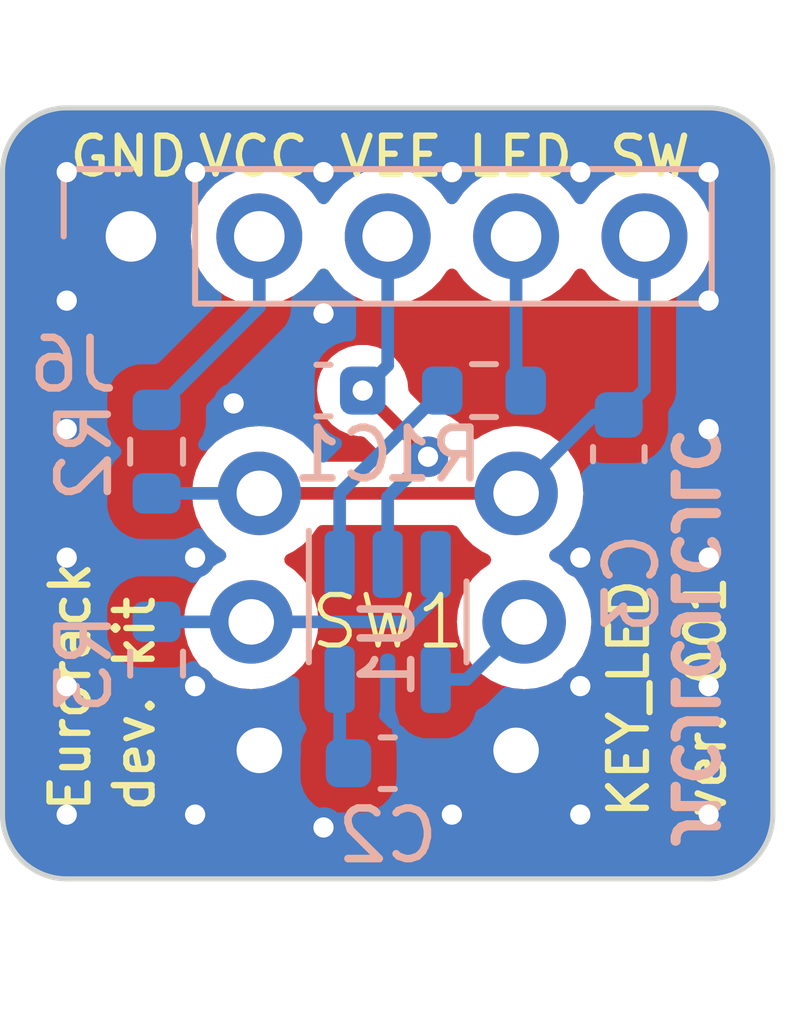
<source format=kicad_pcb>
(kicad_pcb (version 20221018) (generator pcbnew)
  (layers (0 "F.Cu" signal) (31 "B.Cu" signal) (34 "B.Paste" user) (35 "F.Paste" user) (36 "B.SilkS" user "B.Silkscreen") (37 "F.SilkS" user "F.Silkscreen") (38 "B.Mask" user) (39 "F.Mask" user) (44 "Edge.Cuts" user))
  (net 0 "")
  (net 1 "GND")
  (net 2 "VEE")
  (net 3 "VCC")
  (net 4 "SW")
  (net 5 "LED")
  (net 6 "Net-(U1-+)")
  (net 7 "Net-(SW1-K)")
  (net 8 "Net-(SW1-A)")
  (footprint "Eurorack:Button_LED" (layer "F.Cu") (at 177.8 76.2)
    (fp_text reference "SW1" (at 0 0 unlocked) (layer "F.SilkS") (effects (font (thickness 0.1))))
    (fp_text value "SW_LED")
    (pad "1" thru_hole circle (at -2.54 -2.54) (size 1.651 1.651) (drill 0.9) (layers "*.Cu" "*.Mask") (net 4 "SW"))
    (pad "1" thru_hole circle (at 2.54 -2.54) (size 1.651 1.651) (drill 0.9) (layers "*.Cu" "*.Mask") (net 4 "SW"))
    (pad "2" thru_hole circle (at -2.54 2.54) (size 1.651 1.651) (drill 0.9) (layers "*.Cu" "*.Mask") (net 1 "GND"))
    (pad "2" thru_hole circle (at 2.54 2.54) (size 1.651 1.651) (drill 0.9) (layers "*.Cu" "*.Mask") (net 1 "GND"))
    (pad "3" thru_hole circle (at -2.7 0) (size 1.651 1.651) (drill 0.9) (layers "*.Cu" "*.Mask") (net 7 "Net-(SW1-K)"))
    (pad "4" thru_hole circle (at 2.7 0) (size 1.651 1.651) (drill 0.9) (layers "*.Cu" "*.Mask") (net 8 "Net-(SW1-A)"))
  )
  (footprint "Capacitor_SMD:C_0603_1608Metric" (layer "B.Cu") (at 177.8 78.994)
    (fp_text reference "C2" (at 0 1.43) (layer "B.SilkS") (effects (justify mirror)))
    (fp_text value "0.1uf")
    (fp_line (start -0.14058 -0.51) (end 0.14058 -0.51) (stroke (width 0.12)) (layer "B.SilkS"))
    (fp_line (start -0.14058 0.51) (end 0.14058 0.51) (stroke (width 0.12)) (layer "B.SilkS"))
    (pad "1" smd roundrect (at -0.775 0) (size 0.9 0.95) (layers "B.Cu" "B.Paste" "B.Mask") (net 3 "VCC"))
    (pad "2" smd roundrect (at 0.775 0) (size 0.9 0.95) (layers "B.Cu" "B.Paste" "B.Mask") (net 1 "GND"))
  )
  (footprint "Package_TO_SOT_SMD:SOT-23-5" (layer "B.Cu") (at 177.8 76.2 -90)
    (fp_text reference "U1" (at 0.508 0 90) (layer "B.SilkS") (effects (justify mirror)))
    (fp_text value "LM321")
    (fp_line (start 0 -1.56) (end -0.8 -1.56) (stroke (width 0.12)) (layer "B.SilkS"))
    (fp_line (start 0 -1.56) (end 0.8 -1.56) (stroke (width 0.12)) (layer "B.SilkS"))
    (fp_line (start 0 1.56) (end -1.8 1.56) (stroke (width 0.12)) (layer "B.SilkS"))
    (fp_line (start 0 1.56) (end 0.8 1.56) (stroke (width 0.12)) (layer "B.SilkS"))
    (pad "1" smd roundrect (at -1.1375 0.95 270) (size 1.325 0.6) (layers "B.Cu" "B.Paste" "B.Mask") (net 6 "Net-(U1-+)"))
    (pad "2" smd roundrect (at -1.1375 0 270) (size 1.325 0.6) (layers "B.Cu" "B.Paste" "B.Mask") (net 2 "VEE"))
    (pad "3" smd roundrect (at -1.1375 -0.95 270) (size 1.325 0.6) (layers "B.Cu" "B.Paste" "B.Mask") (net 7 "Net-(SW1-K)"))
    (pad "4" smd roundrect (at 1.1375 -0.95 270) (size 1.325 0.6) (layers "B.Cu" "B.Paste" "B.Mask") (net 8 "Net-(SW1-A)"))
    (pad "5" smd roundrect (at 1.1375 0.95 270) (size 1.325 0.6) (layers "B.Cu" "B.Paste" "B.Mask") (net 3 "VCC"))
  )
  (footprint "Capacitor_SMD:C_0603_1608Metric" (layer "B.Cu") (at 182.372 72.885 -90)
    (fp_text reference "C3" (at 2.553 -0.254 90) (layer "B.SilkS") (effects (justify mirror)))
    (fp_text value "0.1uf")
    (fp_line (start -0.14058 -0.51) (end 0.14058 -0.51) (stroke (width 0.12)) (layer "B.SilkS"))
    (fp_line (start -0.14058 0.51) (end 0.14058 0.51) (stroke (width 0.12)) (layer "B.SilkS"))
    (pad "1" smd roundrect (at -0.775 0 270) (size 0.9 0.95) (layers "B.Cu" "B.Paste" "B.Mask") (net 4 "SW"))
    (pad "2" smd roundrect (at 0.775 0 270) (size 0.9 0.95) (layers "B.Cu" "B.Paste" "B.Mask") (net 1 "GND"))
  )
  (footprint "Resistor_SMD:R_0603_1608Metric" (layer "B.Cu") (at 179.705 71.628 180)
    (fp_text reference "R1" (at 1.016 -1.27) (layer "B.SilkS") (effects (justify mirror)))
    (fp_text value "10k")
    (fp_line (start -0.237258 -0.5225) (end 0.237258 -0.5225) (stroke (width 0.12)) (layer "B.SilkS"))
    (fp_line (start -0.237258 0.5225) (end 0.237258 0.5225) (stroke (width 0.12)) (layer "B.SilkS"))
    (pad "1" smd roundrect (at -0.825 0 180) (size 0.8 0.95) (layers "B.Cu" "B.Paste" "B.Mask") (net 5 "LED"))
    (pad "2" smd roundrect (at 0.825 0 180) (size 0.8 0.95) (layers "B.Cu" "B.Paste" "B.Mask") (net 6 "Net-(U1-+)"))
  )
  (footprint "Resistor_SMD:R_0603_1608Metric" (layer "B.Cu") (at 173.228 77.025 -90)
    (fp_text reference "R3" (at 0 1.43 -270) (layer "B.SilkS") (effects (justify mirror)))
    (fp_text value "1k")
    (fp_line (start -0.237258 -0.5225) (end 0.237258 -0.5225) (stroke (width 0.12)) (layer "B.SilkS"))
    (fp_line (start -0.237258 0.5225) (end 0.237258 0.5225) (stroke (width 0.12)) (layer "B.SilkS"))
    (pad "1" smd roundrect (at -0.825 0 270) (size 0.8 0.95) (layers "B.Cu" "B.Paste" "B.Mask") (net 7 "Net-(SW1-K)"))
    (pad "2" smd roundrect (at 0.825 0 270) (size 0.8 0.95) (layers "B.Cu" "B.Paste" "B.Mask") (net 1 "GND"))
  )
  (footprint "Resistor_SMD:R_0603_1608Metric" (layer "B.Cu") (at 173.228 72.835 -90)
    (fp_text reference "R2" (at 0 1.43 -270) (layer "B.SilkS") (effects (justify mirror)))
    (fp_text value "10k")
    (fp_line (start -0.237258 -0.5225) (end 0.237258 -0.5225) (stroke (width 0.12)) (layer "B.SilkS"))
    (fp_line (start -0.237258 0.5225) (end 0.237258 0.5225) (stroke (width 0.12)) (layer "B.SilkS"))
    (pad "1" smd roundrect (at -0.825 0 270) (size 0.8 0.95) (layers "B.Cu" "B.Paste" "B.Mask") (net 3 "VCC"))
    (pad "2" smd roundrect (at 0.825 0 270) (size 0.8 0.95) (layers "B.Cu" "B.Paste" "B.Mask") (net 4 "SW"))
  )
  (footprint "Capacitor_SMD:C_0603_1608Metric" (layer "B.Cu") (at 176.53 71.628)
    (fp_text reference "C1" (at 0.381 1.27) (layer "B.SilkS") (effects (justify mirror)))
    (fp_text value "0.1uf")
    (fp_line (start -0.14058 -0.51) (end 0.14058 -0.51) (stroke (width 0.12)) (layer "B.SilkS"))
    (fp_line (start -0.14058 0.51) (end 0.14058 0.51) (stroke (width 0.12)) (layer "B.SilkS"))
    (pad "1" smd roundrect (at -0.775 0) (size 0.9 0.95) (layers "B.Cu" "B.Paste" "B.Mask") (net 1 "GND"))
    (pad "2" smd roundrect (at 0.775 0) (size 0.9 0.95) (layers "B.Cu" "B.Paste" "B.Mask") (net 2 "VEE"))
  )
  (footprint "Connector_PinHeader_2.54mm:PinHeader_1x05_P2.54mm_Vertical" (layer "B.Cu") (at 172.72 68.58 -90)
    (fp_text reference "J6" (at 2.54 1.143 -180) (layer "B.SilkS") (effects (justify mirror)))
    (fp_text value "Conn_01x05")
    (fp_line (start -1.33 -11.49) (end 1.33 -11.49) (stroke (width 0.12)) (layer "B.SilkS"))
    (fp_line (start -1.33 -1.27) (end -1.33 -11.49) (stroke (width 0.12)) (layer "B.SilkS"))
    (fp_line (start -1.33 -1.27) (end 1.33 -1.27) (stroke (width 0.12)) (layer "B.SilkS"))
    (fp_line (start -1.33 0) (end -1.33 1.33) (stroke (width 0.12)) (layer "B.SilkS"))
    (fp_line (start -1.33 1.33) (end 0 1.33) (stroke (width 0.12)) (layer "B.SilkS"))
    (fp_line (start 1.33 -1.27) (end 1.33 -11.49) (stroke (width 0.12)) (layer "B.SilkS"))
    (pad "1" thru_hole rect (at 0 0 270) (size 1.7 1.7) (drill 1) (layers "*.Cu" "*.Mask") (net 1 "GND"))
    (pad "2" thru_hole oval (at 0 -2.54 270) (size 1.7 1.7) (drill 1) (layers "*.Cu" "*.Mask") (net 3 "VCC"))
    (pad "3" thru_hole oval (at 0 -5.08 270) (size 1.7 1.7) (drill 1) (layers "*.Cu" "*.Mask") (net 2 "VEE"))
    (pad "4" thru_hole oval (at 0 -7.62 270) (size 1.7 1.7) (drill 1) (layers "*.Cu" "*.Mask") (net 5 "LED"))
    (pad "5" thru_hole oval (at 0 -10.16 270) (size 1.7 1.7) (drill 1) (layers "*.Cu" "*.Mask") (net 4 "SW"))
  )
  (gr_line (start 185.42 67.31) (end 185.42 80.01) (stroke (width 0.1)) (layer "Edge.Cuts"))
  (gr_line (start 171.45 66.04) (end 184.15 66.04) (stroke (width 0.1)) (layer "Edge.Cuts"))
  (gr_line (start 170.18 67.31) (end 170.18 80.01) (stroke (width 0.1)) (layer "Edge.Cuts"))
  (gr_arc (start 185.42 80.01) (mid 185.048026 80.908026) (end 184.15 81.28) (stroke (width 0.1)) (layer "Edge.Cuts"))
  (gr_line (start 184.15 81.28) (end 171.45 81.28) (stroke (width 0.1)) (layer "Edge.Cuts"))
  (gr_arc (start 171.45 81.28) (mid 170.551974 80.908026) (end 170.18 80.01) (stroke (width 0.1)) (layer "Edge.Cuts"))
  (gr_arc (start 184.15 66.04) (mid 185.048026 66.411974) (end 185.42 67.31) (stroke (width 0.1)) (layer "Edge.Cuts"))
  (gr_arc (start 170.18 67.31) (mid 170.551974 66.411974) (end 171.45 66.04) (stroke (width 0.1)) (layer "Edge.Cuts"))
  (gr_text "JLCJLCJLCJLC" (at 183.388 80.772 270) (layer "B.SilkS") (effects (font (size 0.8 0.8) (thickness 0.2) bold) (justify left bottom mirror)))
  (gr_text "dev. kit" (at 173.228 80.01 90) (layer "F.SilkS") (effects (font (size 0.75 0.75) (thickness 0.125)) (justify left bottom)))
  (gr_text "GND" (at 171.45 67.437) (layer "F.SilkS") (effects (font (size 0.75 0.75) (thickness 0.125)) (justify left bottom)))
  (gr_text "VCC" (at 173.99 67.437) (layer "F.SilkS") (effects (font (size 0.75 0.75) (thickness 0.125)) (justify left bottom)))
  (gr_text "Eurorack" (at 171.958 80.01 90) (layer "F.SilkS") (effects (font (size 0.75 0.75) (thickness 0.125)) (justify left bottom)))
  (gr_text "ver. 001" (at 184.531 80.137 90) (layer "F.SilkS") (effects (font (size 0.75 0.75) (thickness 0.125)) (justify left bottom)))
  (gr_text "SW" (at 182.118 67.437) (layer "F.SilkS") (effects (font (size 0.75 0.75) (thickness 0.125)) (justify left bottom)))
  (gr_text "LED" (at 179.324 67.437) (layer "F.SilkS") (effects (font (size 0.75 0.75) (thickness 0.125)) (justify left bottom)))
  (gr_text "VEE" (at 176.784 67.437) (layer "F.SilkS") (effects (font (size 0.75 0.75) (thickness 0.125)) (justify left bottom)))
  (gr_text "KEY_LED" (at 183.007 80.137 90) (layer "F.SilkS") (effects (font (size 0.75 0.75) (thickness 0.125)) (justify left bottom)))
  (via (at 171.45 72.39) (size 0.8) (drill 0.4) (layers "F.Cu" "B.Cu") (net 1))
  (via (at 184.15 77.47) (size 0.8) (drill 0.4) (layers "F.Cu" "B.Cu") (net 1))
  (via (at 176.53 80.264) (size 0.8) (drill 0.4) (layers "F.Cu" "B.Cu") (net 1))
  (via (at 171.45 80.01) (size 0.8) (drill 0.4) (layers "F.Cu" "B.Cu") (net 1))
  (via (at 176.53 67.31) (size 0.8) (drill 0.4) (layers "F.Cu" "B.Cu") (net 1))
  (via (at 184.15 80.01) (size 0.8) (drill 0.4) (layers "F.Cu" "B.Cu") (net 1))
  (via (at 173.99 74.93) (size 0.8) (drill 0.4) (layers "F.Cu" "B.Cu") (net 1))
  (via (at 184.15 67.31) (size 0.8) (drill 0.4) (layers "F.Cu" "B.Cu") (net 1))
  (via (at 174.752 71.882) (size 0.8) (drill 0.4) (layers "F.Cu" "B.Cu") (net 1))
  (via (at 184.15 72.39) (size 0.8) (drill 0.4) (layers "F.Cu" "B.Cu") (net 1))
  (via (at 173.99 67.31) (size 0.8) (drill 0.4) (layers "F.Cu" "B.Cu") (net 1))
  (via (at 179.07 80.01) (size 0.8) (drill 0.4) (layers "F.Cu" "B.Cu") (net 1))
  (via (at 171.45 69.85) (size 0.8) (drill 0.4) (layers "F.Cu" "B.Cu") (net 1))
  (via (at 171.45 74.93) (size 0.8) (drill 0.4) (layers "F.Cu" "B.Cu") (net 1))
  (via (at 173.99 77.47) (size 0.8) (drill 0.4) (layers "F.Cu" "B.Cu") (net 1))
  (via (at 181.61 80.01) (size 0.8) (drill 0.4) (layers "F.Cu" "B.Cu") (net 1))
  (via (at 184.15 69.85) (size 0.8) (drill 0.4) (layers "F.Cu" "B.Cu") (net 1))
  (via (at 181.61 74.93) (size 0.8) (drill 0.4) (layers "F.Cu" "B.Cu") (net 1))
  (via (at 176.53 70.104) (size 0.8) (drill 0.4) (layers "F.Cu" "B.Cu") (net 1))
  (via (at 173.99 80.01) (size 0.8) (drill 0.4) (layers "F.Cu" "B.Cu") (net 1))
  (via (at 179.07 67.31) (size 0.8) (drill 0.4) (layers "F.Cu" "B.Cu") (net 1))
  (via (at 181.61 67.31) (size 0.8) (drill 0.4) (layers "F.Cu" "B.Cu") (net 1))
  (via (at 171.45 67.31) (size 0.8) (drill 0.4) (layers "F.Cu" "B.Cu") (net 1))
  (via (at 171.45 77.47) (size 0.8) (drill 0.4) (layers "F.Cu" "B.Cu") (net 1))
  (via (at 181.61 77.47) (size 0.8) (drill 0.4) (layers "F.Cu" "B.Cu") (net 1))
  (via (at 184.15 74.93) (size 0.8) (drill 0.4) (layers "F.Cu" "B.Cu") (net 1))
  (segment (start 178.597316 72.935989) (end 178.597316 72.920316) (width 0.25) (layer "F.Cu") (net 2))
  (segment (start 178.597316 72.920316) (end 177.305 71.628) (width 0.25) (layer "F.Cu") (net 2))
  (via (at 177.305 71.628) (size 0.8) (drill 0.4) (layers "F.Cu" "B.Cu") (net 2))
  (via (at 178.597316 72.935989) (size 0.8) (drill 0.4) (layers "F.Cu" "B.Cu") (net 2))
  (segment (start 178.597316 72.935989) (end 177.8 73.733305) (width 0.25) (layer "B.Cu") (net 2))
  (segment (start 177.8 71.133) (end 177.8 68.58) (width 0.25) (layer "B.Cu") (net 2))
  (segment (start 177.8 73.733305) (end 177.8 75.0625) (width 0.25) (layer "B.Cu") (net 2))
  (segment (start 177.305 71.628) (end 177.8 71.133) (width 0.25) (layer "B.Cu") (net 2))
  (segment (start 175.26 69.978) (end 175.26 68.58) (width 0.25) (layer "B.Cu") (net 3))
  (segment (start 173.228 72.01) (end 175.26 69.978) (width 0.25) (layer "B.Cu") (net 3))
  (segment (start 176.85 77.3375) (end 176.85 78.819) (width 0.25) (layer "B.Cu") (net 3))
  (segment (start 176.85 78.819) (end 177.025 78.994) (width 0.25) (layer "B.Cu") (net 3))
  (segment (start 175.26 73.66) (end 180.34 73.66) (width 0.25) (layer "F.Cu") (net 4))
  (segment (start 173.228 73.66) (end 175.26 73.66) (width 0.25) (layer "B.Cu") (net 4))
  (segment (start 180.34 73.66) (end 181.89 72.11) (width 0.25) (layer "B.Cu") (net 4))
  (segment (start 182.372 72.11) (end 182.88 71.602) (width 0.25) (layer "B.Cu") (net 4))
  (segment (start 181.89 72.11) (end 182.372 72.11) (width 0.25) (layer "B.Cu") (net 4))
  (segment (start 182.88 71.602) (end 182.88 68.58) (width 0.25) (layer "B.Cu") (net 4))
  (segment (start 180.34 71.438) (end 180.34 68.58) (width 0.25) (layer "B.Cu") (net 5))
  (segment (start 180.53 71.628) (end 180.34 71.438) (width 0.25) (layer "B.Cu") (net 5))
  (segment (start 176.85 73.658) (end 176.85 75.0625) (width 0.25) (layer "B.Cu") (net 6))
  (segment (start 178.88 71.628) (end 176.85 73.658) (width 0.25) (layer "B.Cu") (net 6))
  (segment (start 178.75 75.724999) (end 178.274999 76.2) (width 0.25) (layer "B.Cu") (net 7))
  (segment (start 173.228 76.2) (end 175.1 76.2) (width 0.25) (layer "B.Cu") (net 7))
  (segment (start 178.75 75.0625) (end 178.75 75.724999) (width 0.25) (layer "B.Cu") (net 7))
  (segment (start 178.274999 76.2) (end 175.1 76.2) (width 0.25) (layer "B.Cu") (net 7))
  (segment (start 179.3625 77.3375) (end 180.5 76.2) (width 0.25) (layer "B.Cu") (net 8))
  (segment (start 178.75 77.3375) (end 179.3625 77.3375) (width 0.25) (layer "B.Cu") (net 8))
  (zone (net 1) (net_name "GND") (layers "F&B.Cu") (connect_pads yes (clearance 0.5)) (min_thickness 0.25) (fill yes (thermal_gap 0.5) (thermal_bridge_width 0.5) (island_removal_mode 2) (island_area_min 10))
    (polygon (pts (xy 185.42 66.04) (xy 185.42 81.28) (xy 170.18 81.28) (xy 170.18 66.04)))
  )
)
</source>
